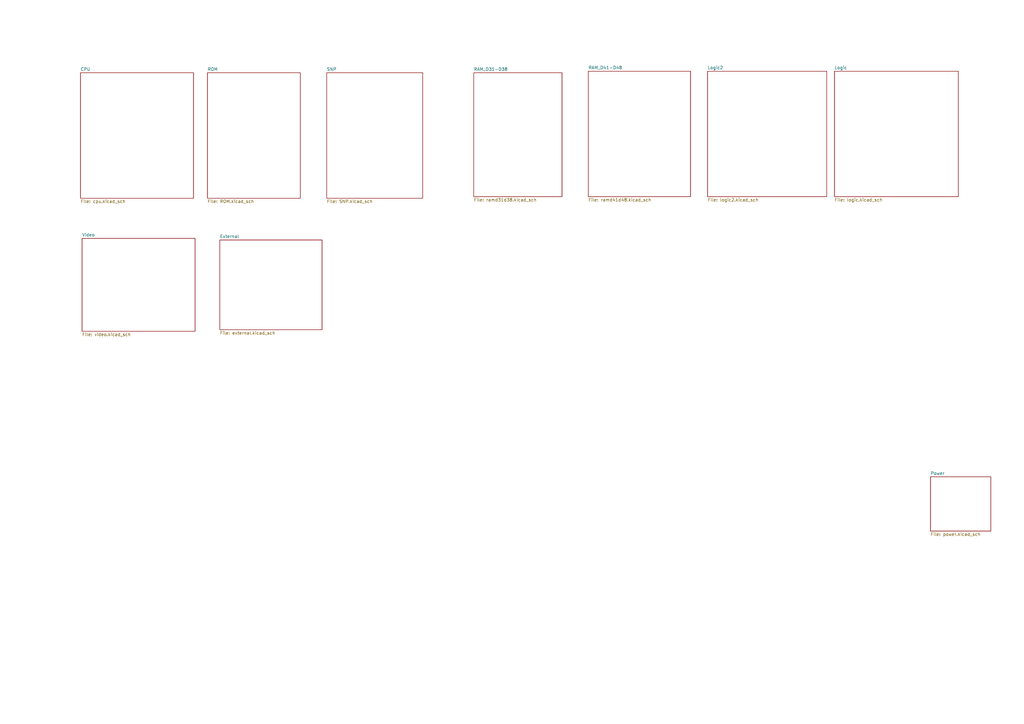
<source format=kicad_sch>
(kicad_sch (version 20211123) (generator eeschema)
  (paper "A3")
  (title_block (title "Компьютер Дельта-С-М") (date "2023-03-13") (rev "1") (comment 2 "Евстафьев"))
  (lib_symbols)
  (sheet (at 133.985 29.845) (size 39.37 51.435) (stroke (width 0.1524))
    (property "Sheet name" "SNP" (at 133.985 29.1334 0) (effects (justify left bottom)))
    (property "Sheet file" "SNP.kicad_sch" (at 133.985 81.8646 0) (effects (justify left top)))
  )
  (sheet (at 33.655 97.79) (size 46.355 38.1) (stroke (width 0.1524))
    (property "Sheet name" "Video" (at 33.655 97.0784 0) (effects (justify left bottom)))
    (property "Sheet file" "video.kicad_sch" (at 33.655 136.4746 0) (effects (justify left top)))
  )
  (sheet (at 33.02 29.845) (size 46.355 51.435) (stroke (width 0.1524))
    (property "Sheet name" "CPU" (at 33.02 29.1334 0) (effects (justify left bottom)))
    (property "Sheet file" "cpu.kicad_sch" (at 33.02 81.8646 0) (effects (justify left top)))
  )
  (sheet (at 241.3 29.21) (size 41.91 51.435) (stroke (width 0.1524))
    (property "Sheet name" "RAM_D41-D48" (at 241.3 28.4984 0) (effects (justify left bottom)))
    (property "Sheet file" "ramd41d48.kicad_sch" (at 241.3 81.2296 0) (effects (justify left top)))
  )
  (sheet (at 85.09 29.845) (size 38.1 51.435) (stroke (width 0.1524))
    (property "Sheet name" "ROM" (at 85.09 29.1334 0) (effects (justify left bottom)))
    (property "Sheet file" "ROM.kicad_sch" (at 85.09 81.8646 0) (effects (justify left top)))
  )
  (sheet (at 90.17 98.425) (size 41.91 36.83) (stroke (width 0.1524))
    (property "Sheet name" "External" (at 90.17 97.7134 0) (effects (justify left bottom)))
    (property "Sheet file" "external.kicad_sch" (at 90.17 135.8396 0) (effects (justify left top)))
  )
  (sheet (at 381.635 195.58) (size 24.765 22.225) (stroke (width 0.1524))
    (property "Sheet name" "Power" (at 381.635 194.8684 0) (effects (justify left bottom)))
    (property "Sheet file" "power.kicad_sch" (at 381.635 218.3896 0) (effects (justify left top)))
  )
  (sheet (at 194.31 29.845) (size 36.195 50.8) (stroke (width 0.1524))
    (property "Sheet name" "RAM_D31-D38" (at 194.31 29.1334 0) (effects (justify left bottom)))
    (property "Sheet file" "ramd31d38.kicad_sch" (at 194.31 81.2296 0) (effects (justify left top)))
  )
  (sheet (at 342.265 29.21) (size 50.8 51.435) (stroke (width 0.1524))
    (property "Sheet name" "Logic" (at 342.265 28.4984 0) (effects (justify left bottom)))
    (property "Sheet file" "logic.kicad_sch" (at 342.265 81.2296 0) (effects (justify left top)))
  )
  (sheet (at 290.195 29.21) (size 48.895 51.435) (stroke (width 0.1524))
    (property "Sheet name" "Logic2" (at 290.195 28.4984 0) (effects (justify left bottom)))
    (property "Sheet file" "logic2.kicad_sch" (at 290.195 81.2296 0) (effects (justify left top)))
  )
)
</source>
